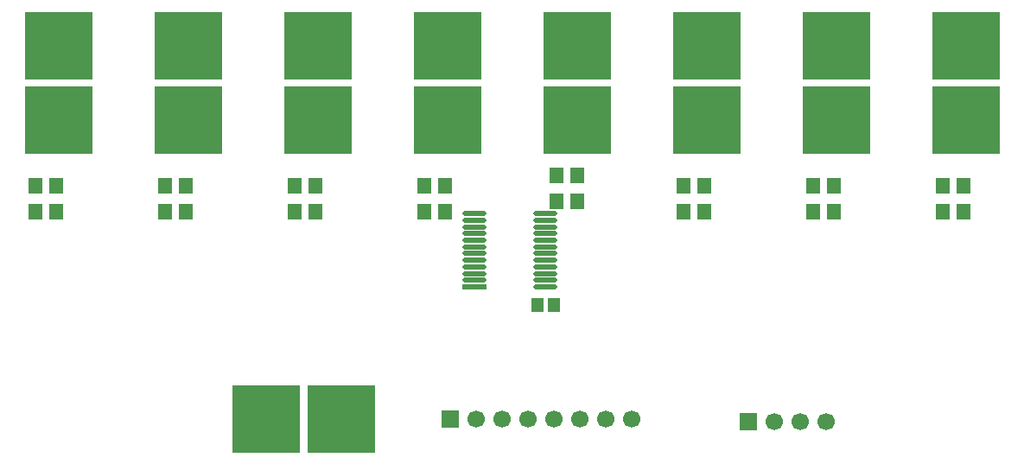
<source format=gbr>
%TF.GenerationSoftware,Altium Limited,Altium Designer,23.10.1 (27)*%
G04 Layer_Color=16711935*
%FSLAX45Y45*%
%MOMM*%
%TF.SameCoordinates,A038C99E-A49E-49FA-BA90-4B12FE75E0D5*%
%TF.FilePolarity,Negative*%
%TF.FileFunction,Soldermask,Bot*%
%TF.Part,Single*%
G01*
G75*
%TA.AperFunction,SMDPad,CuDef*%
%ADD11R,1.30464X1.45620*%
%ADD22R,2.35283X0.49493*%
G04:AMPARAMS|DCode=23|XSize=2.35283mm|YSize=0.49493mm|CornerRadius=0.24746mm|HoleSize=0mm|Usage=FLASHONLY|Rotation=0.000|XOffset=0mm|YOffset=0mm|HoleType=Round|Shape=RoundedRectangle|*
%AMROUNDEDRECTD23*
21,1,2.35283,0.00000,0,0,0.0*
21,1,1.85790,0.49493,0,0,0.0*
1,1,0.49493,0.92895,0.00000*
1,1,0.49493,-0.92895,0.00000*
1,1,0.49493,-0.92895,0.00000*
1,1,0.49493,0.92895,0.00000*
%
%ADD23ROUNDEDRECTD23*%
%TA.AperFunction,ComponentPad*%
%ADD33R,6.70000X6.70000*%
%ADD34R,6.70000X6.70000*%
%ADD35R,1.70000X1.70000*%
%ADD36C,1.70000*%
%TA.AperFunction,SMDPad,CuDef*%
%ADD37R,1.40000X1.65000*%
D11*
X9910378Y9652000D02*
D03*
X9749222D02*
D03*
D22*
X9126686Y9827900D02*
D03*
D23*
Y9892900D02*
D03*
Y9957900D02*
D03*
Y10022900D02*
D03*
Y10087900D02*
D03*
Y10152900D02*
D03*
Y10217900D02*
D03*
Y10282900D02*
D03*
Y10347900D02*
D03*
Y10412900D02*
D03*
Y10477900D02*
D03*
Y10542900D02*
D03*
X9821714D02*
D03*
Y10477900D02*
D03*
Y10412900D02*
D03*
Y10347900D02*
D03*
Y10282900D02*
D03*
Y10217900D02*
D03*
Y10152900D02*
D03*
Y10087900D02*
D03*
Y10022900D02*
D03*
Y9957900D02*
D03*
Y9892900D02*
D03*
Y9827900D02*
D03*
D33*
X7091680Y8534400D02*
D03*
X7823200D02*
D03*
D34*
X8864600Y11460480D02*
D03*
Y12192000D02*
D03*
X7594600Y11460480D02*
D03*
Y12192000D02*
D03*
X6324600Y11460480D02*
D03*
Y12192000D02*
D03*
X5054600Y11460480D02*
D03*
Y12192000D02*
D03*
X13944600Y11460480D02*
D03*
Y12192000D02*
D03*
X12674600Y11460480D02*
D03*
Y12192000D02*
D03*
X11404600Y11460480D02*
D03*
Y12192000D02*
D03*
X10134600Y11460480D02*
D03*
Y12192000D02*
D03*
D35*
X8890000Y8534400D02*
D03*
X11811000Y8509000D02*
D03*
D36*
X9144000Y8534400D02*
D03*
X9398000D02*
D03*
X9652000D02*
D03*
X9906000D02*
D03*
X10160000D02*
D03*
X10414000D02*
D03*
X10668000D02*
D03*
X12573000Y8509000D02*
D03*
X12319000D02*
D03*
X12065000D02*
D03*
D37*
X5027600Y10820400D02*
D03*
X4827600D02*
D03*
X5027600Y10566400D02*
D03*
X4827600D02*
D03*
X10133000Y10668000D02*
D03*
X9933000D02*
D03*
X7567600Y10820400D02*
D03*
X7367600D02*
D03*
X6297600D02*
D03*
X6097600D02*
D03*
X8837600Y10566400D02*
D03*
X8637600D02*
D03*
X7567600D02*
D03*
X7367600D02*
D03*
X6297600D02*
D03*
X6097600D02*
D03*
X11379200D02*
D03*
X11179200D02*
D03*
X12647600D02*
D03*
X12447600D02*
D03*
X13917599D02*
D03*
X13717599D02*
D03*
X13917599Y10820400D02*
D03*
X13717599D02*
D03*
X10133000Y10922000D02*
D03*
X9933000D02*
D03*
X8837600Y10820400D02*
D03*
X8637600D02*
D03*
X11377600D02*
D03*
X11177600D02*
D03*
X12649200D02*
D03*
X12449200D02*
D03*
%TF.MD5,f96544a6e31e43db9bffb015c9d524ad*%
M02*

</source>
